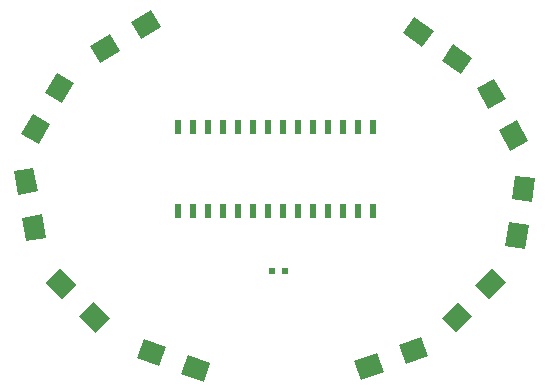
<source format=gbp>
G04 #@! TF.FileFunction,Paste,Bot*
%FSLAX46Y46*%
G04 Gerber Fmt 4.6, Leading zero omitted, Abs format (unit mm)*
G04 Created by KiCad (PCBNEW 4.0.7) date 06/01/18 22:24:49*
%MOMM*%
%LPD*%
G01*
G04 APERTURE LIST*
%ADD10C,0.100000*%
%ADD11R,0.508000X1.143000*%
%ADD12R,0.600000X0.500000*%
G04 APERTURE END LIST*
D10*
G36*
X118360280Y-109037638D02*
X119562362Y-110239720D01*
X118148148Y-111653934D01*
X116946066Y-110451852D01*
X118360280Y-109037638D01*
X118360280Y-109037638D01*
G37*
G36*
X115531852Y-111866066D02*
X116733934Y-113068148D01*
X115319720Y-114482362D01*
X114117638Y-113280280D01*
X115531852Y-111866066D01*
X115531852Y-111866066D01*
G37*
D11*
X91821000Y-97028000D03*
X93091000Y-97028000D03*
X94361000Y-97028000D03*
X95631000Y-97028000D03*
X96901000Y-97028000D03*
X98171000Y-97028000D03*
X99441000Y-97028000D03*
X100711000Y-97028000D03*
X101981000Y-97028000D03*
X103251000Y-97028000D03*
X104521000Y-97028000D03*
X105791000Y-97028000D03*
X107061000Y-97028000D03*
X108331000Y-97028000D03*
X108331000Y-104140000D03*
X107061000Y-104140000D03*
X105791000Y-104140000D03*
X104521000Y-104140000D03*
X103251000Y-104140000D03*
X101981000Y-104140000D03*
X100711000Y-104140000D03*
X99441000Y-104140000D03*
X98171000Y-104140000D03*
X96901000Y-104140000D03*
X95631000Y-104140000D03*
X94361000Y-104140000D03*
X93091000Y-104140000D03*
X91821000Y-104140000D03*
D12*
X100829200Y-109220000D03*
X99729200Y-109220000D03*
D10*
G36*
X112383360Y-114824701D02*
X112964795Y-116422179D01*
X111085410Y-117106219D01*
X110503975Y-115508741D01*
X112383360Y-114824701D01*
X112383360Y-114824701D01*
G37*
G36*
X108624590Y-116192781D02*
X109206025Y-117790259D01*
X107326640Y-118474299D01*
X106745205Y-116876821D01*
X108624590Y-116192781D01*
X108624590Y-116192781D01*
G37*
G36*
X120352791Y-101177899D02*
X122036247Y-101414493D01*
X121757901Y-103395029D01*
X120074445Y-103158435D01*
X120352791Y-101177899D01*
X120352791Y-101177899D01*
G37*
G36*
X119796099Y-105138971D02*
X121479555Y-105375565D01*
X121201209Y-107356101D01*
X119517753Y-107119507D01*
X119796099Y-105138971D01*
X119796099Y-105138971D01*
G37*
G36*
X117094080Y-93762208D02*
X118595091Y-92964107D01*
X119534034Y-94730002D01*
X118033023Y-95528103D01*
X117094080Y-93762208D01*
X117094080Y-93762208D01*
G37*
G36*
X118971966Y-97293998D02*
X120472977Y-96495897D01*
X121411920Y-98261792D01*
X119910909Y-99059893D01*
X118971966Y-97293998D01*
X118971966Y-97293998D01*
G37*
G36*
X110847004Y-89145550D02*
X111822084Y-87752991D01*
X113460388Y-88900144D01*
X112485308Y-90292703D01*
X110847004Y-89145550D01*
X110847004Y-89145550D01*
G37*
G36*
X114123612Y-91439856D02*
X115098692Y-90047297D01*
X116736996Y-91194450D01*
X115761916Y-92587009D01*
X114123612Y-91439856D01*
X114123612Y-91439856D01*
G37*
G36*
X89549076Y-87171878D02*
X90399076Y-88644122D01*
X88667026Y-89644122D01*
X87817026Y-88171878D01*
X89549076Y-87171878D01*
X89549076Y-87171878D01*
G37*
G36*
X86084974Y-89171878D02*
X86934974Y-90644122D01*
X85202924Y-91644122D01*
X84352924Y-90171878D01*
X86084974Y-89171878D01*
X86084974Y-89171878D01*
G37*
G36*
X81535878Y-92480924D02*
X83008122Y-93330924D01*
X82008122Y-95062974D01*
X80535878Y-94212974D01*
X81535878Y-92480924D01*
X81535878Y-92480924D01*
G37*
G36*
X79535878Y-95945026D02*
X81008122Y-96795026D01*
X80008122Y-98527076D01*
X78535878Y-97677076D01*
X79535878Y-95945026D01*
X79535878Y-95945026D01*
G37*
G36*
X77889969Y-100825177D02*
X79564142Y-100529975D01*
X79911439Y-102499591D01*
X78237266Y-102794793D01*
X77889969Y-100825177D01*
X77889969Y-100825177D01*
G37*
G36*
X78584561Y-104764409D02*
X80258734Y-104469207D01*
X80606031Y-106438823D01*
X78931858Y-106734025D01*
X78584561Y-104764409D01*
X78584561Y-104764409D01*
G37*
G36*
X80589638Y-110239720D02*
X81791720Y-109037638D01*
X83205934Y-110451852D01*
X82003852Y-111653934D01*
X80589638Y-110239720D01*
X80589638Y-110239720D01*
G37*
G36*
X83418066Y-113068148D02*
X84620148Y-111866066D01*
X86034362Y-113280280D01*
X84832280Y-114482362D01*
X83418066Y-113068148D01*
X83418066Y-113068148D01*
G37*
G36*
X88330205Y-116612679D02*
X88911640Y-115015201D01*
X90791025Y-115699241D01*
X90209590Y-117296719D01*
X88330205Y-116612679D01*
X88330205Y-116612679D01*
G37*
G36*
X92088975Y-117980759D02*
X92670410Y-116383281D01*
X94549795Y-117067321D01*
X93968360Y-118664799D01*
X92088975Y-117980759D01*
X92088975Y-117980759D01*
G37*
M02*

</source>
